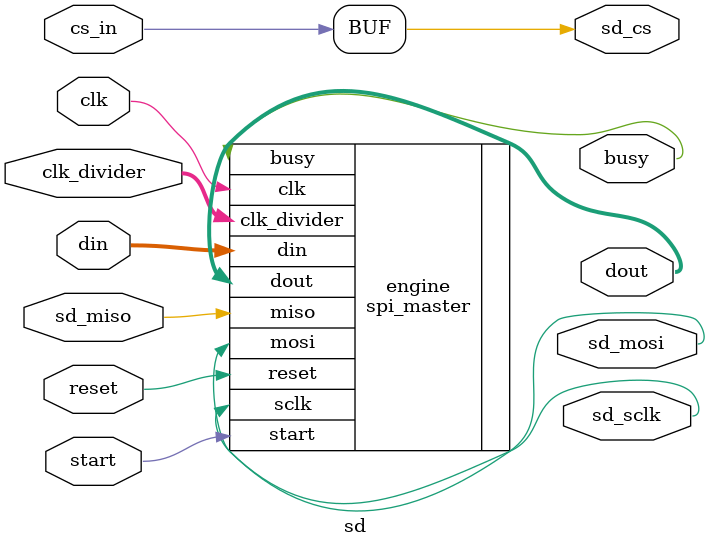
<source format=sv>
module sd (
    input  logic       clk,
    input  logic       reset,
    input  logic [7:0] din,
    input  logic [7:0] clk_divider,
    input  logic       start,
    input  logic       cs_in,      // CS control from CPU
    output logic [7:0] dout,
    output logic       busy,
    
    // Physical Pins
    output logic       sd_cs,
    output logic       sd_sclk,
    output logic       sd_mosi,
    input  logic       sd_miso
);

    // Pass the CS register directly to the pin
    assign sd_cs = cs_in;

    // Instantiate the engine
    spi_master engine (
        .clk(clk),
        .reset(reset),
        .din(din),
        .clk_divider(clk_divider),
        .start(start),
        .dout(dout),
        .busy(busy),
        .sclk(sd_sclk),
        .mosi(sd_mosi),
        .miso(sd_miso)
    );

endmodule
</source>
